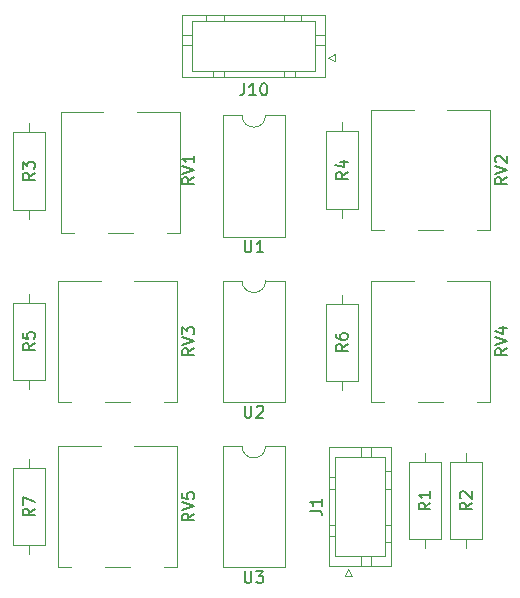
<source format=gbr>
%TF.GenerationSoftware,KiCad,Pcbnew,8.0.8*%
%TF.CreationDate,2025-04-30T14:04:22+02:00*%
%TF.ProjectId,Roboterhand,526f626f-7465-4726-9861-6e642e6b6963,rev?*%
%TF.SameCoordinates,Original*%
%TF.FileFunction,Legend,Top*%
%TF.FilePolarity,Positive*%
%FSLAX46Y46*%
G04 Gerber Fmt 4.6, Leading zero omitted, Abs format (unit mm)*
G04 Created by KiCad (PCBNEW 8.0.8) date 2025-04-30 14:04:22*
%MOMM*%
%LPD*%
G01*
G04 APERTURE LIST*
%ADD10C,0.150000*%
%ADD11C,0.120000*%
G04 APERTURE END LIST*
D10*
X149190476Y-74154819D02*
X149190476Y-74869104D01*
X149190476Y-74869104D02*
X149142857Y-75011961D01*
X149142857Y-75011961D02*
X149047619Y-75107200D01*
X149047619Y-75107200D02*
X148904762Y-75154819D01*
X148904762Y-75154819D02*
X148809524Y-75154819D01*
X150190476Y-75154819D02*
X149619048Y-75154819D01*
X149904762Y-75154819D02*
X149904762Y-74154819D01*
X149904762Y-74154819D02*
X149809524Y-74297676D01*
X149809524Y-74297676D02*
X149714286Y-74392914D01*
X149714286Y-74392914D02*
X149619048Y-74440533D01*
X150809524Y-74154819D02*
X150904762Y-74154819D01*
X150904762Y-74154819D02*
X151000000Y-74202438D01*
X151000000Y-74202438D02*
X151047619Y-74250057D01*
X151047619Y-74250057D02*
X151095238Y-74345295D01*
X151095238Y-74345295D02*
X151142857Y-74535771D01*
X151142857Y-74535771D02*
X151142857Y-74773866D01*
X151142857Y-74773866D02*
X151095238Y-74964342D01*
X151095238Y-74964342D02*
X151047619Y-75059580D01*
X151047619Y-75059580D02*
X151000000Y-75107200D01*
X151000000Y-75107200D02*
X150904762Y-75154819D01*
X150904762Y-75154819D02*
X150809524Y-75154819D01*
X150809524Y-75154819D02*
X150714286Y-75107200D01*
X150714286Y-75107200D02*
X150666667Y-75059580D01*
X150666667Y-75059580D02*
X150619048Y-74964342D01*
X150619048Y-74964342D02*
X150571429Y-74773866D01*
X150571429Y-74773866D02*
X150571429Y-74535771D01*
X150571429Y-74535771D02*
X150619048Y-74345295D01*
X150619048Y-74345295D02*
X150666667Y-74250057D01*
X150666667Y-74250057D02*
X150714286Y-74202438D01*
X150714286Y-74202438D02*
X150809524Y-74154819D01*
X149238095Y-115454819D02*
X149238095Y-116264342D01*
X149238095Y-116264342D02*
X149285714Y-116359580D01*
X149285714Y-116359580D02*
X149333333Y-116407200D01*
X149333333Y-116407200D02*
X149428571Y-116454819D01*
X149428571Y-116454819D02*
X149619047Y-116454819D01*
X149619047Y-116454819D02*
X149714285Y-116407200D01*
X149714285Y-116407200D02*
X149761904Y-116359580D01*
X149761904Y-116359580D02*
X149809523Y-116264342D01*
X149809523Y-116264342D02*
X149809523Y-115454819D01*
X150190476Y-115454819D02*
X150809523Y-115454819D01*
X150809523Y-115454819D02*
X150476190Y-115835771D01*
X150476190Y-115835771D02*
X150619047Y-115835771D01*
X150619047Y-115835771D02*
X150714285Y-115883390D01*
X150714285Y-115883390D02*
X150761904Y-115931009D01*
X150761904Y-115931009D02*
X150809523Y-116026247D01*
X150809523Y-116026247D02*
X150809523Y-116264342D01*
X150809523Y-116264342D02*
X150761904Y-116359580D01*
X150761904Y-116359580D02*
X150714285Y-116407200D01*
X150714285Y-116407200D02*
X150619047Y-116454819D01*
X150619047Y-116454819D02*
X150333333Y-116454819D01*
X150333333Y-116454819D02*
X150238095Y-116407200D01*
X150238095Y-116407200D02*
X150190476Y-116359580D01*
X149238095Y-101454819D02*
X149238095Y-102264342D01*
X149238095Y-102264342D02*
X149285714Y-102359580D01*
X149285714Y-102359580D02*
X149333333Y-102407200D01*
X149333333Y-102407200D02*
X149428571Y-102454819D01*
X149428571Y-102454819D02*
X149619047Y-102454819D01*
X149619047Y-102454819D02*
X149714285Y-102407200D01*
X149714285Y-102407200D02*
X149761904Y-102359580D01*
X149761904Y-102359580D02*
X149809523Y-102264342D01*
X149809523Y-102264342D02*
X149809523Y-101454819D01*
X150238095Y-101550057D02*
X150285714Y-101502438D01*
X150285714Y-101502438D02*
X150380952Y-101454819D01*
X150380952Y-101454819D02*
X150619047Y-101454819D01*
X150619047Y-101454819D02*
X150714285Y-101502438D01*
X150714285Y-101502438D02*
X150761904Y-101550057D01*
X150761904Y-101550057D02*
X150809523Y-101645295D01*
X150809523Y-101645295D02*
X150809523Y-101740533D01*
X150809523Y-101740533D02*
X150761904Y-101883390D01*
X150761904Y-101883390D02*
X150190476Y-102454819D01*
X150190476Y-102454819D02*
X150809523Y-102454819D01*
X149238095Y-87454819D02*
X149238095Y-88264342D01*
X149238095Y-88264342D02*
X149285714Y-88359580D01*
X149285714Y-88359580D02*
X149333333Y-88407200D01*
X149333333Y-88407200D02*
X149428571Y-88454819D01*
X149428571Y-88454819D02*
X149619047Y-88454819D01*
X149619047Y-88454819D02*
X149714285Y-88407200D01*
X149714285Y-88407200D02*
X149761904Y-88359580D01*
X149761904Y-88359580D02*
X149809523Y-88264342D01*
X149809523Y-88264342D02*
X149809523Y-87454819D01*
X150809523Y-88454819D02*
X150238095Y-88454819D01*
X150523809Y-88454819D02*
X150523809Y-87454819D01*
X150523809Y-87454819D02*
X150428571Y-87597676D01*
X150428571Y-87597676D02*
X150333333Y-87692914D01*
X150333333Y-87692914D02*
X150238095Y-87740533D01*
X144954819Y-110595238D02*
X144478628Y-110928571D01*
X144954819Y-111166666D02*
X143954819Y-111166666D01*
X143954819Y-111166666D02*
X143954819Y-110785714D01*
X143954819Y-110785714D02*
X144002438Y-110690476D01*
X144002438Y-110690476D02*
X144050057Y-110642857D01*
X144050057Y-110642857D02*
X144145295Y-110595238D01*
X144145295Y-110595238D02*
X144288152Y-110595238D01*
X144288152Y-110595238D02*
X144383390Y-110642857D01*
X144383390Y-110642857D02*
X144431009Y-110690476D01*
X144431009Y-110690476D02*
X144478628Y-110785714D01*
X144478628Y-110785714D02*
X144478628Y-111166666D01*
X143954819Y-110309523D02*
X144954819Y-109976190D01*
X144954819Y-109976190D02*
X143954819Y-109642857D01*
X143954819Y-108833333D02*
X143954819Y-109309523D01*
X143954819Y-109309523D02*
X144431009Y-109357142D01*
X144431009Y-109357142D02*
X144383390Y-109309523D01*
X144383390Y-109309523D02*
X144335771Y-109214285D01*
X144335771Y-109214285D02*
X144335771Y-108976190D01*
X144335771Y-108976190D02*
X144383390Y-108880952D01*
X144383390Y-108880952D02*
X144431009Y-108833333D01*
X144431009Y-108833333D02*
X144526247Y-108785714D01*
X144526247Y-108785714D02*
X144764342Y-108785714D01*
X144764342Y-108785714D02*
X144859580Y-108833333D01*
X144859580Y-108833333D02*
X144907200Y-108880952D01*
X144907200Y-108880952D02*
X144954819Y-108976190D01*
X144954819Y-108976190D02*
X144954819Y-109214285D01*
X144954819Y-109214285D02*
X144907200Y-109309523D01*
X144907200Y-109309523D02*
X144859580Y-109357142D01*
X171454819Y-96595238D02*
X170978628Y-96928571D01*
X171454819Y-97166666D02*
X170454819Y-97166666D01*
X170454819Y-97166666D02*
X170454819Y-96785714D01*
X170454819Y-96785714D02*
X170502438Y-96690476D01*
X170502438Y-96690476D02*
X170550057Y-96642857D01*
X170550057Y-96642857D02*
X170645295Y-96595238D01*
X170645295Y-96595238D02*
X170788152Y-96595238D01*
X170788152Y-96595238D02*
X170883390Y-96642857D01*
X170883390Y-96642857D02*
X170931009Y-96690476D01*
X170931009Y-96690476D02*
X170978628Y-96785714D01*
X170978628Y-96785714D02*
X170978628Y-97166666D01*
X170454819Y-96309523D02*
X171454819Y-95976190D01*
X171454819Y-95976190D02*
X170454819Y-95642857D01*
X170788152Y-94880952D02*
X171454819Y-94880952D01*
X170407200Y-95119047D02*
X171121485Y-95357142D01*
X171121485Y-95357142D02*
X171121485Y-94738095D01*
X144954819Y-96595238D02*
X144478628Y-96928571D01*
X144954819Y-97166666D02*
X143954819Y-97166666D01*
X143954819Y-97166666D02*
X143954819Y-96785714D01*
X143954819Y-96785714D02*
X144002438Y-96690476D01*
X144002438Y-96690476D02*
X144050057Y-96642857D01*
X144050057Y-96642857D02*
X144145295Y-96595238D01*
X144145295Y-96595238D02*
X144288152Y-96595238D01*
X144288152Y-96595238D02*
X144383390Y-96642857D01*
X144383390Y-96642857D02*
X144431009Y-96690476D01*
X144431009Y-96690476D02*
X144478628Y-96785714D01*
X144478628Y-96785714D02*
X144478628Y-97166666D01*
X143954819Y-96309523D02*
X144954819Y-95976190D01*
X144954819Y-95976190D02*
X143954819Y-95642857D01*
X143954819Y-95404761D02*
X143954819Y-94785714D01*
X143954819Y-94785714D02*
X144335771Y-95119047D01*
X144335771Y-95119047D02*
X144335771Y-94976190D01*
X144335771Y-94976190D02*
X144383390Y-94880952D01*
X144383390Y-94880952D02*
X144431009Y-94833333D01*
X144431009Y-94833333D02*
X144526247Y-94785714D01*
X144526247Y-94785714D02*
X144764342Y-94785714D01*
X144764342Y-94785714D02*
X144859580Y-94833333D01*
X144859580Y-94833333D02*
X144907200Y-94880952D01*
X144907200Y-94880952D02*
X144954819Y-94976190D01*
X144954819Y-94976190D02*
X144954819Y-95261904D01*
X144954819Y-95261904D02*
X144907200Y-95357142D01*
X144907200Y-95357142D02*
X144859580Y-95404761D01*
X171454819Y-82095238D02*
X170978628Y-82428571D01*
X171454819Y-82666666D02*
X170454819Y-82666666D01*
X170454819Y-82666666D02*
X170454819Y-82285714D01*
X170454819Y-82285714D02*
X170502438Y-82190476D01*
X170502438Y-82190476D02*
X170550057Y-82142857D01*
X170550057Y-82142857D02*
X170645295Y-82095238D01*
X170645295Y-82095238D02*
X170788152Y-82095238D01*
X170788152Y-82095238D02*
X170883390Y-82142857D01*
X170883390Y-82142857D02*
X170931009Y-82190476D01*
X170931009Y-82190476D02*
X170978628Y-82285714D01*
X170978628Y-82285714D02*
X170978628Y-82666666D01*
X170454819Y-81809523D02*
X171454819Y-81476190D01*
X171454819Y-81476190D02*
X170454819Y-81142857D01*
X170550057Y-80857142D02*
X170502438Y-80809523D01*
X170502438Y-80809523D02*
X170454819Y-80714285D01*
X170454819Y-80714285D02*
X170454819Y-80476190D01*
X170454819Y-80476190D02*
X170502438Y-80380952D01*
X170502438Y-80380952D02*
X170550057Y-80333333D01*
X170550057Y-80333333D02*
X170645295Y-80285714D01*
X170645295Y-80285714D02*
X170740533Y-80285714D01*
X170740533Y-80285714D02*
X170883390Y-80333333D01*
X170883390Y-80333333D02*
X171454819Y-80904761D01*
X171454819Y-80904761D02*
X171454819Y-80285714D01*
X144954819Y-82095238D02*
X144478628Y-82428571D01*
X144954819Y-82666666D02*
X143954819Y-82666666D01*
X143954819Y-82666666D02*
X143954819Y-82285714D01*
X143954819Y-82285714D02*
X144002438Y-82190476D01*
X144002438Y-82190476D02*
X144050057Y-82142857D01*
X144050057Y-82142857D02*
X144145295Y-82095238D01*
X144145295Y-82095238D02*
X144288152Y-82095238D01*
X144288152Y-82095238D02*
X144383390Y-82142857D01*
X144383390Y-82142857D02*
X144431009Y-82190476D01*
X144431009Y-82190476D02*
X144478628Y-82285714D01*
X144478628Y-82285714D02*
X144478628Y-82666666D01*
X143954819Y-81809523D02*
X144954819Y-81476190D01*
X144954819Y-81476190D02*
X143954819Y-81142857D01*
X144954819Y-80285714D02*
X144954819Y-80857142D01*
X144954819Y-80571428D02*
X143954819Y-80571428D01*
X143954819Y-80571428D02*
X144097676Y-80666666D01*
X144097676Y-80666666D02*
X144192914Y-80761904D01*
X144192914Y-80761904D02*
X144240533Y-80857142D01*
X131454819Y-110166666D02*
X130978628Y-110499999D01*
X131454819Y-110738094D02*
X130454819Y-110738094D01*
X130454819Y-110738094D02*
X130454819Y-110357142D01*
X130454819Y-110357142D02*
X130502438Y-110261904D01*
X130502438Y-110261904D02*
X130550057Y-110214285D01*
X130550057Y-110214285D02*
X130645295Y-110166666D01*
X130645295Y-110166666D02*
X130788152Y-110166666D01*
X130788152Y-110166666D02*
X130883390Y-110214285D01*
X130883390Y-110214285D02*
X130931009Y-110261904D01*
X130931009Y-110261904D02*
X130978628Y-110357142D01*
X130978628Y-110357142D02*
X130978628Y-110738094D01*
X130454819Y-109833332D02*
X130454819Y-109166666D01*
X130454819Y-109166666D02*
X131454819Y-109595237D01*
X157954819Y-96246666D02*
X157478628Y-96579999D01*
X157954819Y-96818094D02*
X156954819Y-96818094D01*
X156954819Y-96818094D02*
X156954819Y-96437142D01*
X156954819Y-96437142D02*
X157002438Y-96341904D01*
X157002438Y-96341904D02*
X157050057Y-96294285D01*
X157050057Y-96294285D02*
X157145295Y-96246666D01*
X157145295Y-96246666D02*
X157288152Y-96246666D01*
X157288152Y-96246666D02*
X157383390Y-96294285D01*
X157383390Y-96294285D02*
X157431009Y-96341904D01*
X157431009Y-96341904D02*
X157478628Y-96437142D01*
X157478628Y-96437142D02*
X157478628Y-96818094D01*
X156954819Y-95389523D02*
X156954819Y-95579999D01*
X156954819Y-95579999D02*
X157002438Y-95675237D01*
X157002438Y-95675237D02*
X157050057Y-95722856D01*
X157050057Y-95722856D02*
X157192914Y-95818094D01*
X157192914Y-95818094D02*
X157383390Y-95865713D01*
X157383390Y-95865713D02*
X157764342Y-95865713D01*
X157764342Y-95865713D02*
X157859580Y-95818094D01*
X157859580Y-95818094D02*
X157907200Y-95770475D01*
X157907200Y-95770475D02*
X157954819Y-95675237D01*
X157954819Y-95675237D02*
X157954819Y-95484761D01*
X157954819Y-95484761D02*
X157907200Y-95389523D01*
X157907200Y-95389523D02*
X157859580Y-95341904D01*
X157859580Y-95341904D02*
X157764342Y-95294285D01*
X157764342Y-95294285D02*
X157526247Y-95294285D01*
X157526247Y-95294285D02*
X157431009Y-95341904D01*
X157431009Y-95341904D02*
X157383390Y-95389523D01*
X157383390Y-95389523D02*
X157335771Y-95484761D01*
X157335771Y-95484761D02*
X157335771Y-95675237D01*
X157335771Y-95675237D02*
X157383390Y-95770475D01*
X157383390Y-95770475D02*
X157431009Y-95818094D01*
X157431009Y-95818094D02*
X157526247Y-95865713D01*
X131454819Y-96166666D02*
X130978628Y-96499999D01*
X131454819Y-96738094D02*
X130454819Y-96738094D01*
X130454819Y-96738094D02*
X130454819Y-96357142D01*
X130454819Y-96357142D02*
X130502438Y-96261904D01*
X130502438Y-96261904D02*
X130550057Y-96214285D01*
X130550057Y-96214285D02*
X130645295Y-96166666D01*
X130645295Y-96166666D02*
X130788152Y-96166666D01*
X130788152Y-96166666D02*
X130883390Y-96214285D01*
X130883390Y-96214285D02*
X130931009Y-96261904D01*
X130931009Y-96261904D02*
X130978628Y-96357142D01*
X130978628Y-96357142D02*
X130978628Y-96738094D01*
X130454819Y-95261904D02*
X130454819Y-95738094D01*
X130454819Y-95738094D02*
X130931009Y-95785713D01*
X130931009Y-95785713D02*
X130883390Y-95738094D01*
X130883390Y-95738094D02*
X130835771Y-95642856D01*
X130835771Y-95642856D02*
X130835771Y-95404761D01*
X130835771Y-95404761D02*
X130883390Y-95309523D01*
X130883390Y-95309523D02*
X130931009Y-95261904D01*
X130931009Y-95261904D02*
X131026247Y-95214285D01*
X131026247Y-95214285D02*
X131264342Y-95214285D01*
X131264342Y-95214285D02*
X131359580Y-95261904D01*
X131359580Y-95261904D02*
X131407200Y-95309523D01*
X131407200Y-95309523D02*
X131454819Y-95404761D01*
X131454819Y-95404761D02*
X131454819Y-95642856D01*
X131454819Y-95642856D02*
X131407200Y-95738094D01*
X131407200Y-95738094D02*
X131359580Y-95785713D01*
X157954819Y-81666666D02*
X157478628Y-81999999D01*
X157954819Y-82238094D02*
X156954819Y-82238094D01*
X156954819Y-82238094D02*
X156954819Y-81857142D01*
X156954819Y-81857142D02*
X157002438Y-81761904D01*
X157002438Y-81761904D02*
X157050057Y-81714285D01*
X157050057Y-81714285D02*
X157145295Y-81666666D01*
X157145295Y-81666666D02*
X157288152Y-81666666D01*
X157288152Y-81666666D02*
X157383390Y-81714285D01*
X157383390Y-81714285D02*
X157431009Y-81761904D01*
X157431009Y-81761904D02*
X157478628Y-81857142D01*
X157478628Y-81857142D02*
X157478628Y-82238094D01*
X157288152Y-80809523D02*
X157954819Y-80809523D01*
X156907200Y-81047618D02*
X157621485Y-81285713D01*
X157621485Y-81285713D02*
X157621485Y-80666666D01*
X131454819Y-81746666D02*
X130978628Y-82079999D01*
X131454819Y-82318094D02*
X130454819Y-82318094D01*
X130454819Y-82318094D02*
X130454819Y-81937142D01*
X130454819Y-81937142D02*
X130502438Y-81841904D01*
X130502438Y-81841904D02*
X130550057Y-81794285D01*
X130550057Y-81794285D02*
X130645295Y-81746666D01*
X130645295Y-81746666D02*
X130788152Y-81746666D01*
X130788152Y-81746666D02*
X130883390Y-81794285D01*
X130883390Y-81794285D02*
X130931009Y-81841904D01*
X130931009Y-81841904D02*
X130978628Y-81937142D01*
X130978628Y-81937142D02*
X130978628Y-82318094D01*
X130454819Y-81413332D02*
X130454819Y-80794285D01*
X130454819Y-80794285D02*
X130835771Y-81127618D01*
X130835771Y-81127618D02*
X130835771Y-80984761D01*
X130835771Y-80984761D02*
X130883390Y-80889523D01*
X130883390Y-80889523D02*
X130931009Y-80841904D01*
X130931009Y-80841904D02*
X131026247Y-80794285D01*
X131026247Y-80794285D02*
X131264342Y-80794285D01*
X131264342Y-80794285D02*
X131359580Y-80841904D01*
X131359580Y-80841904D02*
X131407200Y-80889523D01*
X131407200Y-80889523D02*
X131454819Y-80984761D01*
X131454819Y-80984761D02*
X131454819Y-81270475D01*
X131454819Y-81270475D02*
X131407200Y-81365713D01*
X131407200Y-81365713D02*
X131359580Y-81413332D01*
X168454819Y-109666666D02*
X167978628Y-109999999D01*
X168454819Y-110238094D02*
X167454819Y-110238094D01*
X167454819Y-110238094D02*
X167454819Y-109857142D01*
X167454819Y-109857142D02*
X167502438Y-109761904D01*
X167502438Y-109761904D02*
X167550057Y-109714285D01*
X167550057Y-109714285D02*
X167645295Y-109666666D01*
X167645295Y-109666666D02*
X167788152Y-109666666D01*
X167788152Y-109666666D02*
X167883390Y-109714285D01*
X167883390Y-109714285D02*
X167931009Y-109761904D01*
X167931009Y-109761904D02*
X167978628Y-109857142D01*
X167978628Y-109857142D02*
X167978628Y-110238094D01*
X167550057Y-109285713D02*
X167502438Y-109238094D01*
X167502438Y-109238094D02*
X167454819Y-109142856D01*
X167454819Y-109142856D02*
X167454819Y-108904761D01*
X167454819Y-108904761D02*
X167502438Y-108809523D01*
X167502438Y-108809523D02*
X167550057Y-108761904D01*
X167550057Y-108761904D02*
X167645295Y-108714285D01*
X167645295Y-108714285D02*
X167740533Y-108714285D01*
X167740533Y-108714285D02*
X167883390Y-108761904D01*
X167883390Y-108761904D02*
X168454819Y-109333332D01*
X168454819Y-109333332D02*
X168454819Y-108714285D01*
X164954819Y-109666666D02*
X164478628Y-109999999D01*
X164954819Y-110238094D02*
X163954819Y-110238094D01*
X163954819Y-110238094D02*
X163954819Y-109857142D01*
X163954819Y-109857142D02*
X164002438Y-109761904D01*
X164002438Y-109761904D02*
X164050057Y-109714285D01*
X164050057Y-109714285D02*
X164145295Y-109666666D01*
X164145295Y-109666666D02*
X164288152Y-109666666D01*
X164288152Y-109666666D02*
X164383390Y-109714285D01*
X164383390Y-109714285D02*
X164431009Y-109761904D01*
X164431009Y-109761904D02*
X164478628Y-109857142D01*
X164478628Y-109857142D02*
X164478628Y-110238094D01*
X164954819Y-108714285D02*
X164954819Y-109285713D01*
X164954819Y-108999999D02*
X163954819Y-108999999D01*
X163954819Y-108999999D02*
X164097676Y-109095237D01*
X164097676Y-109095237D02*
X164192914Y-109190475D01*
X164192914Y-109190475D02*
X164240533Y-109285713D01*
X154754819Y-110333333D02*
X155469104Y-110333333D01*
X155469104Y-110333333D02*
X155611961Y-110380952D01*
X155611961Y-110380952D02*
X155707200Y-110476190D01*
X155707200Y-110476190D02*
X155754819Y-110619047D01*
X155754819Y-110619047D02*
X155754819Y-110714285D01*
X155754819Y-109333333D02*
X155754819Y-109904761D01*
X155754819Y-109619047D02*
X154754819Y-109619047D01*
X154754819Y-109619047D02*
X154897676Y-109714285D01*
X154897676Y-109714285D02*
X154992914Y-109809523D01*
X154992914Y-109809523D02*
X155040533Y-109904761D01*
D11*
%TO.C,J10*%
X143940000Y-68390000D02*
X143940000Y-73610000D01*
X143940000Y-70100000D02*
X144800000Y-70100000D01*
X143940000Y-70900000D02*
X144800000Y-70900000D01*
X143940000Y-73610000D02*
X156060000Y-73610000D01*
X144800000Y-68900000D02*
X144800000Y-73100000D01*
X144800000Y-73100000D02*
X155200000Y-73100000D01*
X145970000Y-68390000D02*
X145970000Y-68900000D01*
X146530000Y-73610000D02*
X146530000Y-73100000D01*
X147470000Y-68390000D02*
X147470000Y-68900000D01*
X147470000Y-73610000D02*
X147470000Y-73100000D01*
X152530000Y-68390000D02*
X152530000Y-68900000D01*
X152530000Y-73610000D02*
X152530000Y-73100000D01*
X153470000Y-73610000D02*
X153470000Y-73100000D01*
X154030000Y-68390000D02*
X154030000Y-68900000D01*
X155200000Y-68900000D02*
X144800000Y-68900000D01*
X155200000Y-73100000D02*
X155200000Y-68900000D01*
X156060000Y-68390000D02*
X143940000Y-68390000D01*
X156060000Y-70100000D02*
X155200000Y-70100000D01*
X156060000Y-70900000D02*
X155200000Y-70900000D01*
X156060000Y-73610000D02*
X156060000Y-68390000D01*
X156260000Y-72000000D02*
X156860000Y-71700000D01*
X156860000Y-71700000D02*
X156860000Y-72300000D01*
X156860000Y-72300000D02*
X156260000Y-72000000D01*
%TO.C,U3*%
X151010000Y-104870000D02*
G75*
G02*
X149010000Y-104870000I-1000000J0D01*
G01*
X152660000Y-115150000D02*
X152660000Y-104870000D01*
X152660000Y-104870000D02*
X151010000Y-104870000D01*
X149010000Y-104870000D02*
X147360000Y-104870000D01*
X147360000Y-115150000D02*
X152660000Y-115150000D01*
X147360000Y-104870000D02*
X147360000Y-115150000D01*
%TO.C,U2*%
X147360000Y-90870000D02*
X147360000Y-101150000D01*
X147360000Y-101150000D02*
X152660000Y-101150000D01*
X149010000Y-90870000D02*
X147360000Y-90870000D01*
X152660000Y-90870000D02*
X151010000Y-90870000D01*
X152660000Y-101150000D02*
X152660000Y-90870000D01*
X151010000Y-90870000D02*
G75*
G02*
X149010000Y-90870000I-1000000J0D01*
G01*
%TO.C,U1*%
X147360000Y-76870000D02*
X147360000Y-87150000D01*
X147360000Y-87150000D02*
X152660000Y-87150000D01*
X149010000Y-76870000D02*
X147360000Y-76870000D01*
X152660000Y-76870000D02*
X151010000Y-76870000D01*
X152660000Y-87150000D02*
X152660000Y-76870000D01*
X151010000Y-76870000D02*
G75*
G02*
X149010000Y-76870000I-1000000J0D01*
G01*
%TO.C,RV5*%
X133454000Y-115120000D02*
X134549000Y-115120000D01*
X133454000Y-115120000D02*
X133454000Y-104880000D01*
X137401000Y-115120000D02*
X139550000Y-115120000D01*
X142400000Y-115120000D02*
X143495000Y-115120000D01*
X143495000Y-115120000D02*
X143495000Y-104880000D01*
X133454000Y-104880000D02*
X137050000Y-104880000D01*
X139900000Y-104880000D02*
X143495000Y-104880000D01*
%TO.C,RV4*%
X166400000Y-90880000D02*
X169995000Y-90880000D01*
X159954000Y-90880000D02*
X163550000Y-90880000D01*
X169995000Y-101120000D02*
X169995000Y-90880000D01*
X168900000Y-101120000D02*
X169995000Y-101120000D01*
X163901000Y-101120000D02*
X166050000Y-101120000D01*
X159954000Y-101120000D02*
X159954000Y-90880000D01*
X159954000Y-101120000D02*
X161049000Y-101120000D01*
%TO.C,RV3*%
X133454000Y-101120000D02*
X134549000Y-101120000D01*
X133454000Y-101120000D02*
X133454000Y-90880000D01*
X137401000Y-101120000D02*
X139550000Y-101120000D01*
X142400000Y-101120000D02*
X143495000Y-101120000D01*
X143495000Y-101120000D02*
X143495000Y-90880000D01*
X133454000Y-90880000D02*
X137050000Y-90880000D01*
X139900000Y-90880000D02*
X143495000Y-90880000D01*
%TO.C,RV2*%
X159954000Y-86620000D02*
X161049000Y-86620000D01*
X159954000Y-86620000D02*
X159954000Y-76380000D01*
X163901000Y-86620000D02*
X166050000Y-86620000D01*
X168900000Y-86620000D02*
X169995000Y-86620000D01*
X169995000Y-86620000D02*
X169995000Y-76380000D01*
X159954000Y-76380000D02*
X163550000Y-76380000D01*
X166400000Y-76380000D02*
X169995000Y-76380000D01*
%TO.C,RV1*%
X133685510Y-86845836D02*
X134780510Y-86845836D01*
X133685510Y-86845836D02*
X133685510Y-76605836D01*
X137632510Y-86845836D02*
X139781510Y-86845836D01*
X142631510Y-86845836D02*
X143726510Y-86845836D01*
X143726510Y-86845836D02*
X143726510Y-76605836D01*
X133685510Y-76605836D02*
X137281510Y-76605836D01*
X140131510Y-76605836D02*
X143726510Y-76605836D01*
%TO.C,R7*%
X131000000Y-105960000D02*
X131000000Y-106730000D01*
X132370000Y-106730000D02*
X129630000Y-106730000D01*
X129630000Y-106730000D02*
X129630000Y-113270000D01*
X132370000Y-113270000D02*
X132370000Y-106730000D01*
X129630000Y-113270000D02*
X132370000Y-113270000D01*
X131000000Y-114040000D02*
X131000000Y-113270000D01*
%TO.C,R6*%
X157500000Y-92040000D02*
X157500000Y-92810000D01*
X158870000Y-92810000D02*
X156130000Y-92810000D01*
X156130000Y-92810000D02*
X156130000Y-99350000D01*
X158870000Y-99350000D02*
X158870000Y-92810000D01*
X156130000Y-99350000D02*
X158870000Y-99350000D01*
X157500000Y-100120000D02*
X157500000Y-99350000D01*
%TO.C,R5*%
X131000000Y-91960000D02*
X131000000Y-92730000D01*
X132370000Y-92730000D02*
X129630000Y-92730000D01*
X129630000Y-92730000D02*
X129630000Y-99270000D01*
X132370000Y-99270000D02*
X132370000Y-92730000D01*
X129630000Y-99270000D02*
X132370000Y-99270000D01*
X131000000Y-100040000D02*
X131000000Y-99270000D01*
%TO.C,R4*%
X157500000Y-85540000D02*
X157500000Y-84770000D01*
X156130000Y-84770000D02*
X158870000Y-84770000D01*
X158870000Y-84770000D02*
X158870000Y-78230000D01*
X156130000Y-78230000D02*
X156130000Y-84770000D01*
X158870000Y-78230000D02*
X156130000Y-78230000D01*
X157500000Y-77460000D02*
X157500000Y-78230000D01*
%TO.C,R3*%
X131000000Y-77540000D02*
X131000000Y-78310000D01*
X132370000Y-78310000D02*
X129630000Y-78310000D01*
X129630000Y-78310000D02*
X129630000Y-84850000D01*
X132370000Y-84850000D02*
X132370000Y-78310000D01*
X129630000Y-84850000D02*
X132370000Y-84850000D01*
X131000000Y-85620000D02*
X131000000Y-84850000D01*
%TO.C,R2*%
X168000000Y-105460000D02*
X168000000Y-106230000D01*
X169370000Y-106230000D02*
X166630000Y-106230000D01*
X166630000Y-106230000D02*
X166630000Y-112770000D01*
X169370000Y-112770000D02*
X169370000Y-106230000D01*
X166630000Y-112770000D02*
X169370000Y-112770000D01*
X168000000Y-113540000D02*
X168000000Y-112770000D01*
%TO.C,R1*%
X164500000Y-113540000D02*
X164500000Y-112770000D01*
X163130000Y-112770000D02*
X165870000Y-112770000D01*
X165870000Y-112770000D02*
X165870000Y-106230000D01*
X163130000Y-106230000D02*
X163130000Y-112770000D01*
X165870000Y-106230000D02*
X163130000Y-106230000D01*
X164500000Y-105460000D02*
X164500000Y-106230000D01*
%TO.C,J1*%
X157700000Y-115860000D02*
X158000000Y-115260000D01*
X158300000Y-115860000D02*
X157700000Y-115860000D01*
X158000000Y-115260000D02*
X158300000Y-115860000D01*
X156390000Y-115060000D02*
X161610000Y-115060000D01*
X159100000Y-115060000D02*
X159100000Y-114200000D01*
X159900000Y-115060000D02*
X159900000Y-114200000D01*
X161610000Y-115060000D02*
X161610000Y-104940000D01*
X156900000Y-114200000D02*
X161100000Y-114200000D01*
X161100000Y-114200000D02*
X161100000Y-105800000D01*
X161610000Y-113030000D02*
X161100000Y-113030000D01*
X156390000Y-112470000D02*
X156900000Y-112470000D01*
X156390000Y-111530000D02*
X156900000Y-111530000D01*
X161610000Y-111530000D02*
X161100000Y-111530000D01*
X156390000Y-108470000D02*
X156900000Y-108470000D01*
X161610000Y-108470000D02*
X161100000Y-108470000D01*
X156390000Y-107530000D02*
X156900000Y-107530000D01*
X161610000Y-106970000D02*
X161100000Y-106970000D01*
X156900000Y-105800000D02*
X156900000Y-114200000D01*
X161100000Y-105800000D02*
X156900000Y-105800000D01*
X156390000Y-104940000D02*
X156390000Y-115060000D01*
X159100000Y-104940000D02*
X159100000Y-105800000D01*
X159900000Y-104940000D02*
X159900000Y-105800000D01*
X161610000Y-104940000D02*
X156390000Y-104940000D01*
%TD*%
M02*

</source>
